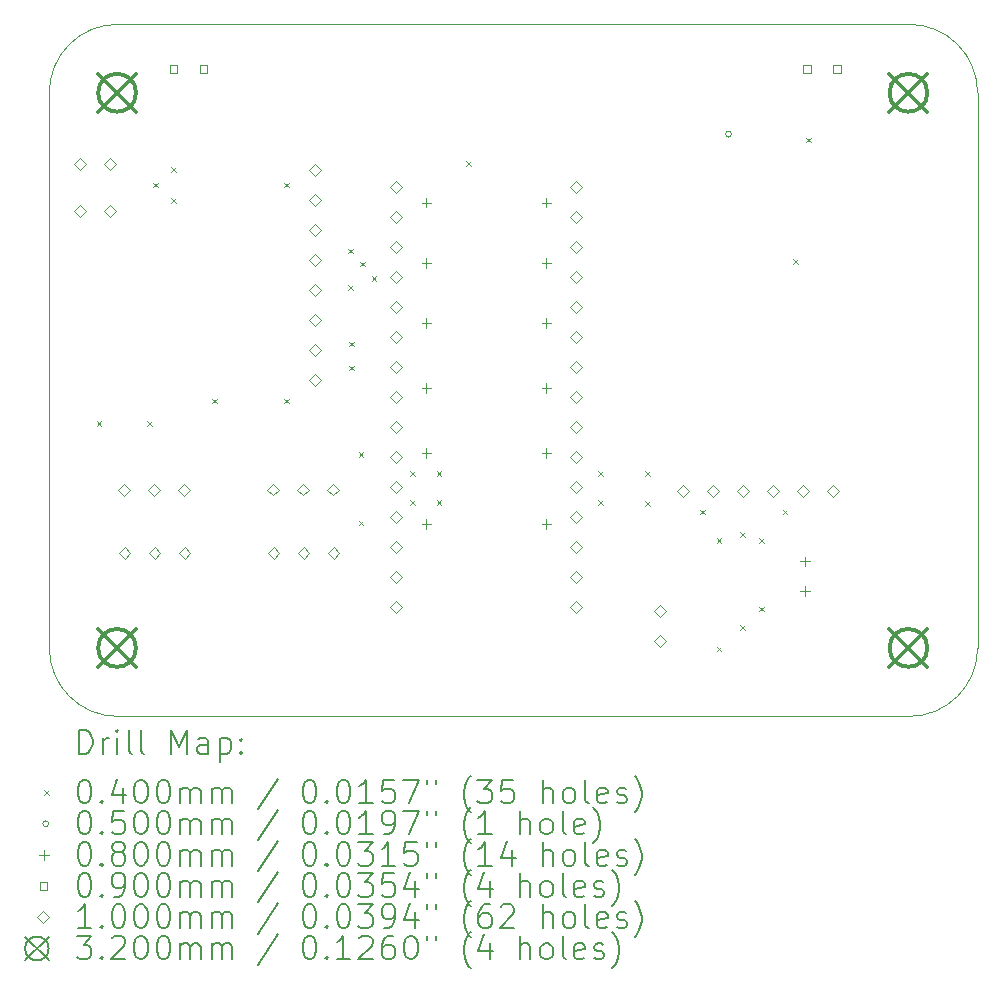
<source format=gbr>
%TF.GenerationSoftware,KiCad,Pcbnew,(6.0.10)*%
%TF.CreationDate,2023-05-01T22:11:44-04:00*%
%TF.ProjectId,MiniCopterSchematic,4d696e69-436f-4707-9465-72536368656d,v01*%
%TF.SameCoordinates,Original*%
%TF.FileFunction,Drillmap*%
%TF.FilePolarity,Positive*%
%FSLAX45Y45*%
G04 Gerber Fmt 4.5, Leading zero omitted, Abs format (unit mm)*
G04 Created by KiCad (PCBNEW (6.0.10)) date 2023-05-01 22:11:44*
%MOMM*%
%LPD*%
G01*
G04 APERTURE LIST*
%ADD10C,0.100000*%
%ADD11C,0.200000*%
%ADD12C,0.040000*%
%ADD13C,0.050000*%
%ADD14C,0.080000*%
%ADD15C,0.090000*%
%ADD16C,0.320000*%
G04 APERTURE END LIST*
D10*
X7880000Y-13280000D02*
X14580000Y-13280000D01*
X15160000Y-8000000D02*
G75*
G03*
X14580000Y-7420000I-580000J0D01*
G01*
X15160000Y-12700000D02*
X15160000Y-8000000D01*
X7880000Y-7420000D02*
G75*
G03*
X7300000Y-8000000I0J-580000D01*
G01*
X7300000Y-12700000D02*
G75*
G03*
X7880000Y-13280000I580000J0D01*
G01*
X7300000Y-8000000D02*
X7300000Y-12700000D01*
X14580000Y-7420000D02*
X7880000Y-7420000D01*
X14580000Y-13280000D02*
G75*
G03*
X15160000Y-12700000I0J580000D01*
G01*
D11*
D12*
X7700000Y-10780000D02*
X7740000Y-10820000D01*
X7740000Y-10780000D02*
X7700000Y-10820000D01*
X8130000Y-10780000D02*
X8170000Y-10820000D01*
X8170000Y-10780000D02*
X8130000Y-10820000D01*
X8180000Y-8760000D02*
X8220000Y-8800000D01*
X8220000Y-8760000D02*
X8180000Y-8800000D01*
X8330000Y-8630000D02*
X8370000Y-8670000D01*
X8370000Y-8630000D02*
X8330000Y-8670000D01*
X8330000Y-8890000D02*
X8370000Y-8930000D01*
X8370000Y-8890000D02*
X8330000Y-8930000D01*
X8680000Y-10590000D02*
X8720000Y-10630000D01*
X8720000Y-10590000D02*
X8680000Y-10630000D01*
X9290000Y-8760000D02*
X9330000Y-8800000D01*
X9330000Y-8760000D02*
X9290000Y-8800000D01*
X9290000Y-10590000D02*
X9330000Y-10630000D01*
X9330000Y-10590000D02*
X9290000Y-10630000D01*
X9830000Y-9320000D02*
X9870000Y-9360000D01*
X9870000Y-9320000D02*
X9830000Y-9360000D01*
X9830000Y-9630000D02*
X9870000Y-9670000D01*
X9870000Y-9630000D02*
X9830000Y-9670000D01*
X9840000Y-10107550D02*
X9880000Y-10147550D01*
X9880000Y-10107550D02*
X9840000Y-10147550D01*
X9840000Y-10310000D02*
X9880000Y-10350000D01*
X9880000Y-10310000D02*
X9840000Y-10350000D01*
X9920000Y-11040000D02*
X9960000Y-11080000D01*
X9960000Y-11040000D02*
X9920000Y-11080000D01*
X9920000Y-11622450D02*
X9960000Y-11662450D01*
X9960000Y-11622450D02*
X9920000Y-11662450D01*
X9930000Y-9430000D02*
X9970000Y-9470000D01*
X9970000Y-9430000D02*
X9930000Y-9470000D01*
X10030000Y-9550000D02*
X10070000Y-9590000D01*
X10070000Y-9550000D02*
X10030000Y-9590000D01*
X10355000Y-11205000D02*
X10395000Y-11245000D01*
X10395000Y-11205000D02*
X10355000Y-11245000D01*
X10357002Y-11447002D02*
X10397002Y-11487002D01*
X10397002Y-11447002D02*
X10357002Y-11487002D01*
X10580000Y-11205000D02*
X10620000Y-11245000D01*
X10620000Y-11205000D02*
X10580000Y-11245000D01*
X10580000Y-11450000D02*
X10620000Y-11490000D01*
X10620000Y-11450000D02*
X10580000Y-11490000D01*
X10830000Y-8580000D02*
X10870000Y-8620000D01*
X10870000Y-8580000D02*
X10830000Y-8620000D01*
X11945000Y-11205000D02*
X11985000Y-11245000D01*
X11985000Y-11205000D02*
X11945000Y-11245000D01*
X11945000Y-11450000D02*
X11985000Y-11490000D01*
X11985000Y-11450000D02*
X11945000Y-11490000D01*
X12345000Y-11205000D02*
X12385000Y-11245000D01*
X12385000Y-11205000D02*
X12345000Y-11245000D01*
X12345000Y-11455000D02*
X12385000Y-11495000D01*
X12385000Y-11455000D02*
X12345000Y-11495000D01*
X12810000Y-11530000D02*
X12850000Y-11570000D01*
X12850000Y-11530000D02*
X12810000Y-11570000D01*
X12950000Y-11770000D02*
X12990000Y-11810000D01*
X12990000Y-11770000D02*
X12950000Y-11810000D01*
X12950005Y-12689995D02*
X12990005Y-12729995D01*
X12990005Y-12689995D02*
X12950005Y-12729995D01*
X13151201Y-11718799D02*
X13191201Y-11758799D01*
X13191201Y-11718799D02*
X13151201Y-11758799D01*
X13151201Y-12508799D02*
X13191201Y-12548799D01*
X13191201Y-12508799D02*
X13151201Y-12548799D01*
X13310000Y-11770000D02*
X13350000Y-11810000D01*
X13350000Y-11770000D02*
X13310000Y-11810000D01*
X13310000Y-12350000D02*
X13350000Y-12390000D01*
X13350000Y-12350000D02*
X13310000Y-12390000D01*
X13510000Y-11530000D02*
X13550000Y-11570000D01*
X13550000Y-11530000D02*
X13510000Y-11570000D01*
X13600000Y-9410000D02*
X13640000Y-9450000D01*
X13640000Y-9410000D02*
X13600000Y-9450000D01*
X13710000Y-8380000D02*
X13750000Y-8420000D01*
X13750000Y-8380000D02*
X13710000Y-8420000D01*
D13*
X13075000Y-8350000D02*
G75*
G03*
X13075000Y-8350000I-25000J0D01*
G01*
D14*
X10492000Y-8890000D02*
X10492000Y-8970000D01*
X10452000Y-8930000D02*
X10532000Y-8930000D01*
X10492000Y-9400000D02*
X10492000Y-9480000D01*
X10452000Y-9440000D02*
X10532000Y-9440000D01*
X10492000Y-9910000D02*
X10492000Y-9990000D01*
X10452000Y-9950000D02*
X10532000Y-9950000D01*
X10492000Y-10460000D02*
X10492000Y-10540000D01*
X10452000Y-10500000D02*
X10532000Y-10500000D01*
X10492000Y-11010000D02*
X10492000Y-11090000D01*
X10452000Y-11050000D02*
X10532000Y-11050000D01*
X10492000Y-11610000D02*
X10492000Y-11690000D01*
X10452000Y-11650000D02*
X10532000Y-11650000D01*
X11508000Y-8890000D02*
X11508000Y-8970000D01*
X11468000Y-8930000D02*
X11548000Y-8930000D01*
X11508000Y-9400000D02*
X11508000Y-9480000D01*
X11468000Y-9440000D02*
X11548000Y-9440000D01*
X11508000Y-9910000D02*
X11508000Y-9990000D01*
X11468000Y-9950000D02*
X11548000Y-9950000D01*
X11508000Y-10460000D02*
X11508000Y-10540000D01*
X11468000Y-10500000D02*
X11548000Y-10500000D01*
X11508000Y-11010000D02*
X11508000Y-11090000D01*
X11468000Y-11050000D02*
X11548000Y-11050000D01*
X11508000Y-11610000D02*
X11508000Y-11690000D01*
X11468000Y-11650000D02*
X11548000Y-11650000D01*
X13700000Y-11928238D02*
X13700000Y-12008238D01*
X13660000Y-11968238D02*
X13740000Y-11968238D01*
X13700000Y-12178238D02*
X13700000Y-12258238D01*
X13660000Y-12218238D02*
X13740000Y-12218238D01*
D15*
X8381820Y-7831820D02*
X8381820Y-7768180D01*
X8318180Y-7768180D01*
X8318180Y-7831820D01*
X8381820Y-7831820D01*
X8635820Y-7831820D02*
X8635820Y-7768180D01*
X8572180Y-7768180D01*
X8572180Y-7831820D01*
X8635820Y-7831820D01*
X13747820Y-7831820D02*
X13747820Y-7768180D01*
X13684180Y-7768180D01*
X13684180Y-7831820D01*
X13747820Y-7831820D01*
X14001820Y-7831820D02*
X14001820Y-7768180D01*
X13938180Y-7768180D01*
X13938180Y-7831820D01*
X14001820Y-7831820D01*
D10*
X7560000Y-8650000D02*
X7610000Y-8600000D01*
X7560000Y-8550000D01*
X7510000Y-8600000D01*
X7560000Y-8650000D01*
X7560000Y-9050000D02*
X7610000Y-9000000D01*
X7560000Y-8950000D01*
X7510000Y-9000000D01*
X7560000Y-9050000D01*
X7814000Y-8650000D02*
X7864000Y-8600000D01*
X7814000Y-8550000D01*
X7764000Y-8600000D01*
X7814000Y-8650000D01*
X7814000Y-9050000D02*
X7864000Y-9000000D01*
X7814000Y-8950000D01*
X7764000Y-9000000D01*
X7814000Y-9050000D01*
X7932000Y-11410000D02*
X7982000Y-11360000D01*
X7932000Y-11310000D01*
X7882000Y-11360000D01*
X7932000Y-11410000D01*
X7937500Y-11947500D02*
X7987500Y-11897500D01*
X7937500Y-11847500D01*
X7887500Y-11897500D01*
X7937500Y-11947500D01*
X8186000Y-11410000D02*
X8236000Y-11360000D01*
X8186000Y-11310000D01*
X8136000Y-11360000D01*
X8186000Y-11410000D01*
X8191500Y-11947500D02*
X8241500Y-11897500D01*
X8191500Y-11847500D01*
X8141500Y-11897500D01*
X8191500Y-11947500D01*
X8440000Y-11410000D02*
X8490000Y-11360000D01*
X8440000Y-11310000D01*
X8390000Y-11360000D01*
X8440000Y-11410000D01*
X8445500Y-11947500D02*
X8495500Y-11897500D01*
X8445500Y-11847500D01*
X8395500Y-11897500D01*
X8445500Y-11947500D01*
X9196700Y-11409600D02*
X9246700Y-11359600D01*
X9196700Y-11309600D01*
X9146700Y-11359600D01*
X9196700Y-11409600D01*
X9199000Y-11945000D02*
X9249000Y-11895000D01*
X9199000Y-11845000D01*
X9149000Y-11895000D01*
X9199000Y-11945000D01*
X9450700Y-11409600D02*
X9500700Y-11359600D01*
X9450700Y-11309600D01*
X9400700Y-11359600D01*
X9450700Y-11409600D01*
X9453000Y-11945000D02*
X9503000Y-11895000D01*
X9453000Y-11845000D01*
X9403000Y-11895000D01*
X9453000Y-11945000D01*
X9550529Y-8703529D02*
X9600529Y-8653529D01*
X9550529Y-8603529D01*
X9500529Y-8653529D01*
X9550529Y-8703529D01*
X9550529Y-8957529D02*
X9600529Y-8907529D01*
X9550529Y-8857529D01*
X9500529Y-8907529D01*
X9550529Y-8957529D01*
X9550529Y-9211529D02*
X9600529Y-9161529D01*
X9550529Y-9111529D01*
X9500529Y-9161529D01*
X9550529Y-9211529D01*
X9550529Y-9465529D02*
X9600529Y-9415529D01*
X9550529Y-9365529D01*
X9500529Y-9415529D01*
X9550529Y-9465529D01*
X9550529Y-9719529D02*
X9600529Y-9669529D01*
X9550529Y-9619529D01*
X9500529Y-9669529D01*
X9550529Y-9719529D01*
X9550529Y-9973529D02*
X9600529Y-9923529D01*
X9550529Y-9873529D01*
X9500529Y-9923529D01*
X9550529Y-9973529D01*
X9550529Y-10227529D02*
X9600529Y-10177529D01*
X9550529Y-10127529D01*
X9500529Y-10177529D01*
X9550529Y-10227529D01*
X9550529Y-10481529D02*
X9600529Y-10431529D01*
X9550529Y-10381529D01*
X9500529Y-10431529D01*
X9550529Y-10481529D01*
X9704700Y-11409600D02*
X9754700Y-11359600D01*
X9704700Y-11309600D01*
X9654700Y-11359600D01*
X9704700Y-11409600D01*
X9707000Y-11945000D02*
X9757000Y-11895000D01*
X9707000Y-11845000D01*
X9657000Y-11895000D01*
X9707000Y-11945000D01*
X10238500Y-8850000D02*
X10288500Y-8800000D01*
X10238500Y-8750000D01*
X10188500Y-8800000D01*
X10238500Y-8850000D01*
X10238500Y-9104000D02*
X10288500Y-9054000D01*
X10238500Y-9004000D01*
X10188500Y-9054000D01*
X10238500Y-9104000D01*
X10238500Y-9358000D02*
X10288500Y-9308000D01*
X10238500Y-9258000D01*
X10188500Y-9308000D01*
X10238500Y-9358000D01*
X10238500Y-9612000D02*
X10288500Y-9562000D01*
X10238500Y-9512000D01*
X10188500Y-9562000D01*
X10238500Y-9612000D01*
X10238500Y-9866000D02*
X10288500Y-9816000D01*
X10238500Y-9766000D01*
X10188500Y-9816000D01*
X10238500Y-9866000D01*
X10238500Y-10120000D02*
X10288500Y-10070000D01*
X10238500Y-10020000D01*
X10188500Y-10070000D01*
X10238500Y-10120000D01*
X10238500Y-10374000D02*
X10288500Y-10324000D01*
X10238500Y-10274000D01*
X10188500Y-10324000D01*
X10238500Y-10374000D01*
X10238500Y-10628000D02*
X10288500Y-10578000D01*
X10238500Y-10528000D01*
X10188500Y-10578000D01*
X10238500Y-10628000D01*
X10238500Y-10882000D02*
X10288500Y-10832000D01*
X10238500Y-10782000D01*
X10188500Y-10832000D01*
X10238500Y-10882000D01*
X10238500Y-11136000D02*
X10288500Y-11086000D01*
X10238500Y-11036000D01*
X10188500Y-11086000D01*
X10238500Y-11136000D01*
X10238500Y-11390000D02*
X10288500Y-11340000D01*
X10238500Y-11290000D01*
X10188500Y-11340000D01*
X10238500Y-11390000D01*
X10238500Y-11644000D02*
X10288500Y-11594000D01*
X10238500Y-11544000D01*
X10188500Y-11594000D01*
X10238500Y-11644000D01*
X10238500Y-11898000D02*
X10288500Y-11848000D01*
X10238500Y-11798000D01*
X10188500Y-11848000D01*
X10238500Y-11898000D01*
X10238500Y-12152000D02*
X10288500Y-12102000D01*
X10238500Y-12052000D01*
X10188500Y-12102000D01*
X10238500Y-12152000D01*
X10238500Y-12406000D02*
X10288500Y-12356000D01*
X10238500Y-12306000D01*
X10188500Y-12356000D01*
X10238500Y-12406000D01*
X11762500Y-8850000D02*
X11812500Y-8800000D01*
X11762500Y-8750000D01*
X11712500Y-8800000D01*
X11762500Y-8850000D01*
X11762500Y-9104000D02*
X11812500Y-9054000D01*
X11762500Y-9004000D01*
X11712500Y-9054000D01*
X11762500Y-9104000D01*
X11762500Y-9358000D02*
X11812500Y-9308000D01*
X11762500Y-9258000D01*
X11712500Y-9308000D01*
X11762500Y-9358000D01*
X11762500Y-9612000D02*
X11812500Y-9562000D01*
X11762500Y-9512000D01*
X11712500Y-9562000D01*
X11762500Y-9612000D01*
X11762500Y-9866000D02*
X11812500Y-9816000D01*
X11762500Y-9766000D01*
X11712500Y-9816000D01*
X11762500Y-9866000D01*
X11762500Y-10120000D02*
X11812500Y-10070000D01*
X11762500Y-10020000D01*
X11712500Y-10070000D01*
X11762500Y-10120000D01*
X11762500Y-10374000D02*
X11812500Y-10324000D01*
X11762500Y-10274000D01*
X11712500Y-10324000D01*
X11762500Y-10374000D01*
X11762500Y-10628000D02*
X11812500Y-10578000D01*
X11762500Y-10528000D01*
X11712500Y-10578000D01*
X11762500Y-10628000D01*
X11762500Y-10882000D02*
X11812500Y-10832000D01*
X11762500Y-10782000D01*
X11712500Y-10832000D01*
X11762500Y-10882000D01*
X11762500Y-11136000D02*
X11812500Y-11086000D01*
X11762500Y-11036000D01*
X11712500Y-11086000D01*
X11762500Y-11136000D01*
X11762500Y-11390000D02*
X11812500Y-11340000D01*
X11762500Y-11290000D01*
X11712500Y-11340000D01*
X11762500Y-11390000D01*
X11762500Y-11644000D02*
X11812500Y-11594000D01*
X11762500Y-11544000D01*
X11712500Y-11594000D01*
X11762500Y-11644000D01*
X11762500Y-11898000D02*
X11812500Y-11848000D01*
X11762500Y-11798000D01*
X11712500Y-11848000D01*
X11762500Y-11898000D01*
X11762500Y-12152000D02*
X11812500Y-12102000D01*
X11762500Y-12052000D01*
X11712500Y-12102000D01*
X11762500Y-12152000D01*
X11762500Y-12406000D02*
X11812500Y-12356000D01*
X11762500Y-12306000D01*
X11712500Y-12356000D01*
X11762500Y-12406000D01*
X12472701Y-12435349D02*
X12522701Y-12385349D01*
X12472701Y-12335349D01*
X12422701Y-12385349D01*
X12472701Y-12435349D01*
X12472701Y-12689349D02*
X12522701Y-12639349D01*
X12472701Y-12589349D01*
X12422701Y-12639349D01*
X12472701Y-12689349D01*
X12663201Y-11419349D02*
X12713201Y-11369349D01*
X12663201Y-11319349D01*
X12613201Y-11369349D01*
X12663201Y-11419349D01*
X12917201Y-11419349D02*
X12967201Y-11369349D01*
X12917201Y-11319349D01*
X12867201Y-11369349D01*
X12917201Y-11419349D01*
X13171201Y-11419349D02*
X13221201Y-11369349D01*
X13171201Y-11319349D01*
X13121201Y-11369349D01*
X13171201Y-11419349D01*
X13425201Y-11419349D02*
X13475201Y-11369349D01*
X13425201Y-11319349D01*
X13375201Y-11369349D01*
X13425201Y-11419349D01*
X13679201Y-11419349D02*
X13729201Y-11369349D01*
X13679201Y-11319349D01*
X13629201Y-11369349D01*
X13679201Y-11419349D01*
X13933201Y-11419349D02*
X13983201Y-11369349D01*
X13933201Y-11319349D01*
X13883201Y-11369349D01*
X13933201Y-11419349D01*
D16*
X7714000Y-7840000D02*
X8034000Y-8160000D01*
X8034000Y-7840000D02*
X7714000Y-8160000D01*
X8034000Y-8000000D02*
G75*
G03*
X8034000Y-8000000I-160000J0D01*
G01*
X7714000Y-12540000D02*
X8034000Y-12860000D01*
X8034000Y-12540000D02*
X7714000Y-12860000D01*
X8034000Y-12700000D02*
G75*
G03*
X8034000Y-12700000I-160000J0D01*
G01*
X14414000Y-7840000D02*
X14734000Y-8160000D01*
X14734000Y-7840000D02*
X14414000Y-8160000D01*
X14734000Y-8000000D02*
G75*
G03*
X14734000Y-8000000I-160000J0D01*
G01*
X14414000Y-12540000D02*
X14734000Y-12860000D01*
X14734000Y-12540000D02*
X14414000Y-12860000D01*
X14734000Y-12700000D02*
G75*
G03*
X14734000Y-12700000I-160000J0D01*
G01*
D11*
X7552619Y-13595476D02*
X7552619Y-13395476D01*
X7600238Y-13395476D01*
X7628809Y-13405000D01*
X7647857Y-13424048D01*
X7657381Y-13443095D01*
X7666905Y-13481190D01*
X7666905Y-13509762D01*
X7657381Y-13547857D01*
X7647857Y-13566905D01*
X7628809Y-13585952D01*
X7600238Y-13595476D01*
X7552619Y-13595476D01*
X7752619Y-13595476D02*
X7752619Y-13462143D01*
X7752619Y-13500238D02*
X7762143Y-13481190D01*
X7771667Y-13471667D01*
X7790714Y-13462143D01*
X7809762Y-13462143D01*
X7876428Y-13595476D02*
X7876428Y-13462143D01*
X7876428Y-13395476D02*
X7866905Y-13405000D01*
X7876428Y-13414524D01*
X7885952Y-13405000D01*
X7876428Y-13395476D01*
X7876428Y-13414524D01*
X8000238Y-13595476D02*
X7981190Y-13585952D01*
X7971667Y-13566905D01*
X7971667Y-13395476D01*
X8105000Y-13595476D02*
X8085952Y-13585952D01*
X8076428Y-13566905D01*
X8076428Y-13395476D01*
X8333571Y-13595476D02*
X8333571Y-13395476D01*
X8400238Y-13538333D01*
X8466905Y-13395476D01*
X8466905Y-13595476D01*
X8647857Y-13595476D02*
X8647857Y-13490714D01*
X8638333Y-13471667D01*
X8619286Y-13462143D01*
X8581190Y-13462143D01*
X8562143Y-13471667D01*
X8647857Y-13585952D02*
X8628810Y-13595476D01*
X8581190Y-13595476D01*
X8562143Y-13585952D01*
X8552619Y-13566905D01*
X8552619Y-13547857D01*
X8562143Y-13528809D01*
X8581190Y-13519286D01*
X8628810Y-13519286D01*
X8647857Y-13509762D01*
X8743095Y-13462143D02*
X8743095Y-13662143D01*
X8743095Y-13471667D02*
X8762143Y-13462143D01*
X8800238Y-13462143D01*
X8819286Y-13471667D01*
X8828810Y-13481190D01*
X8838333Y-13500238D01*
X8838333Y-13557381D01*
X8828810Y-13576428D01*
X8819286Y-13585952D01*
X8800238Y-13595476D01*
X8762143Y-13595476D01*
X8743095Y-13585952D01*
X8924048Y-13576428D02*
X8933571Y-13585952D01*
X8924048Y-13595476D01*
X8914524Y-13585952D01*
X8924048Y-13576428D01*
X8924048Y-13595476D01*
X8924048Y-13471667D02*
X8933571Y-13481190D01*
X8924048Y-13490714D01*
X8914524Y-13481190D01*
X8924048Y-13471667D01*
X8924048Y-13490714D01*
D12*
X7255000Y-13905000D02*
X7295000Y-13945000D01*
X7295000Y-13905000D02*
X7255000Y-13945000D01*
D11*
X7590714Y-13815476D02*
X7609762Y-13815476D01*
X7628809Y-13825000D01*
X7638333Y-13834524D01*
X7647857Y-13853571D01*
X7657381Y-13891667D01*
X7657381Y-13939286D01*
X7647857Y-13977381D01*
X7638333Y-13996428D01*
X7628809Y-14005952D01*
X7609762Y-14015476D01*
X7590714Y-14015476D01*
X7571667Y-14005952D01*
X7562143Y-13996428D01*
X7552619Y-13977381D01*
X7543095Y-13939286D01*
X7543095Y-13891667D01*
X7552619Y-13853571D01*
X7562143Y-13834524D01*
X7571667Y-13825000D01*
X7590714Y-13815476D01*
X7743095Y-13996428D02*
X7752619Y-14005952D01*
X7743095Y-14015476D01*
X7733571Y-14005952D01*
X7743095Y-13996428D01*
X7743095Y-14015476D01*
X7924048Y-13882143D02*
X7924048Y-14015476D01*
X7876428Y-13805952D02*
X7828809Y-13948809D01*
X7952619Y-13948809D01*
X8066905Y-13815476D02*
X8085952Y-13815476D01*
X8105000Y-13825000D01*
X8114524Y-13834524D01*
X8124048Y-13853571D01*
X8133571Y-13891667D01*
X8133571Y-13939286D01*
X8124048Y-13977381D01*
X8114524Y-13996428D01*
X8105000Y-14005952D01*
X8085952Y-14015476D01*
X8066905Y-14015476D01*
X8047857Y-14005952D01*
X8038333Y-13996428D01*
X8028809Y-13977381D01*
X8019286Y-13939286D01*
X8019286Y-13891667D01*
X8028809Y-13853571D01*
X8038333Y-13834524D01*
X8047857Y-13825000D01*
X8066905Y-13815476D01*
X8257381Y-13815476D02*
X8276428Y-13815476D01*
X8295476Y-13825000D01*
X8305000Y-13834524D01*
X8314524Y-13853571D01*
X8324048Y-13891667D01*
X8324048Y-13939286D01*
X8314524Y-13977381D01*
X8305000Y-13996428D01*
X8295476Y-14005952D01*
X8276428Y-14015476D01*
X8257381Y-14015476D01*
X8238333Y-14005952D01*
X8228809Y-13996428D01*
X8219286Y-13977381D01*
X8209762Y-13939286D01*
X8209762Y-13891667D01*
X8219286Y-13853571D01*
X8228809Y-13834524D01*
X8238333Y-13825000D01*
X8257381Y-13815476D01*
X8409762Y-14015476D02*
X8409762Y-13882143D01*
X8409762Y-13901190D02*
X8419286Y-13891667D01*
X8438333Y-13882143D01*
X8466905Y-13882143D01*
X8485952Y-13891667D01*
X8495476Y-13910714D01*
X8495476Y-14015476D01*
X8495476Y-13910714D02*
X8505000Y-13891667D01*
X8524048Y-13882143D01*
X8552619Y-13882143D01*
X8571667Y-13891667D01*
X8581190Y-13910714D01*
X8581190Y-14015476D01*
X8676429Y-14015476D02*
X8676429Y-13882143D01*
X8676429Y-13901190D02*
X8685952Y-13891667D01*
X8705000Y-13882143D01*
X8733571Y-13882143D01*
X8752619Y-13891667D01*
X8762143Y-13910714D01*
X8762143Y-14015476D01*
X8762143Y-13910714D02*
X8771667Y-13891667D01*
X8790714Y-13882143D01*
X8819286Y-13882143D01*
X8838333Y-13891667D01*
X8847857Y-13910714D01*
X8847857Y-14015476D01*
X9238333Y-13805952D02*
X9066905Y-14063095D01*
X9495476Y-13815476D02*
X9514524Y-13815476D01*
X9533571Y-13825000D01*
X9543095Y-13834524D01*
X9552619Y-13853571D01*
X9562143Y-13891667D01*
X9562143Y-13939286D01*
X9552619Y-13977381D01*
X9543095Y-13996428D01*
X9533571Y-14005952D01*
X9514524Y-14015476D01*
X9495476Y-14015476D01*
X9476429Y-14005952D01*
X9466905Y-13996428D01*
X9457381Y-13977381D01*
X9447857Y-13939286D01*
X9447857Y-13891667D01*
X9457381Y-13853571D01*
X9466905Y-13834524D01*
X9476429Y-13825000D01*
X9495476Y-13815476D01*
X9647857Y-13996428D02*
X9657381Y-14005952D01*
X9647857Y-14015476D01*
X9638333Y-14005952D01*
X9647857Y-13996428D01*
X9647857Y-14015476D01*
X9781190Y-13815476D02*
X9800238Y-13815476D01*
X9819286Y-13825000D01*
X9828810Y-13834524D01*
X9838333Y-13853571D01*
X9847857Y-13891667D01*
X9847857Y-13939286D01*
X9838333Y-13977381D01*
X9828810Y-13996428D01*
X9819286Y-14005952D01*
X9800238Y-14015476D01*
X9781190Y-14015476D01*
X9762143Y-14005952D01*
X9752619Y-13996428D01*
X9743095Y-13977381D01*
X9733571Y-13939286D01*
X9733571Y-13891667D01*
X9743095Y-13853571D01*
X9752619Y-13834524D01*
X9762143Y-13825000D01*
X9781190Y-13815476D01*
X10038333Y-14015476D02*
X9924048Y-14015476D01*
X9981190Y-14015476D02*
X9981190Y-13815476D01*
X9962143Y-13844048D01*
X9943095Y-13863095D01*
X9924048Y-13872619D01*
X10219286Y-13815476D02*
X10124048Y-13815476D01*
X10114524Y-13910714D01*
X10124048Y-13901190D01*
X10143095Y-13891667D01*
X10190714Y-13891667D01*
X10209762Y-13901190D01*
X10219286Y-13910714D01*
X10228810Y-13929762D01*
X10228810Y-13977381D01*
X10219286Y-13996428D01*
X10209762Y-14005952D01*
X10190714Y-14015476D01*
X10143095Y-14015476D01*
X10124048Y-14005952D01*
X10114524Y-13996428D01*
X10295476Y-13815476D02*
X10428810Y-13815476D01*
X10343095Y-14015476D01*
X10495476Y-13815476D02*
X10495476Y-13853571D01*
X10571667Y-13815476D02*
X10571667Y-13853571D01*
X10866905Y-14091667D02*
X10857381Y-14082143D01*
X10838333Y-14053571D01*
X10828810Y-14034524D01*
X10819286Y-14005952D01*
X10809762Y-13958333D01*
X10809762Y-13920238D01*
X10819286Y-13872619D01*
X10828810Y-13844048D01*
X10838333Y-13825000D01*
X10857381Y-13796428D01*
X10866905Y-13786905D01*
X10924048Y-13815476D02*
X11047857Y-13815476D01*
X10981190Y-13891667D01*
X11009762Y-13891667D01*
X11028810Y-13901190D01*
X11038333Y-13910714D01*
X11047857Y-13929762D01*
X11047857Y-13977381D01*
X11038333Y-13996428D01*
X11028810Y-14005952D01*
X11009762Y-14015476D01*
X10952619Y-14015476D01*
X10933571Y-14005952D01*
X10924048Y-13996428D01*
X11228809Y-13815476D02*
X11133571Y-13815476D01*
X11124048Y-13910714D01*
X11133571Y-13901190D01*
X11152619Y-13891667D01*
X11200238Y-13891667D01*
X11219286Y-13901190D01*
X11228809Y-13910714D01*
X11238333Y-13929762D01*
X11238333Y-13977381D01*
X11228809Y-13996428D01*
X11219286Y-14005952D01*
X11200238Y-14015476D01*
X11152619Y-14015476D01*
X11133571Y-14005952D01*
X11124048Y-13996428D01*
X11476428Y-14015476D02*
X11476428Y-13815476D01*
X11562143Y-14015476D02*
X11562143Y-13910714D01*
X11552619Y-13891667D01*
X11533571Y-13882143D01*
X11505000Y-13882143D01*
X11485952Y-13891667D01*
X11476428Y-13901190D01*
X11685952Y-14015476D02*
X11666905Y-14005952D01*
X11657381Y-13996428D01*
X11647857Y-13977381D01*
X11647857Y-13920238D01*
X11657381Y-13901190D01*
X11666905Y-13891667D01*
X11685952Y-13882143D01*
X11714524Y-13882143D01*
X11733571Y-13891667D01*
X11743095Y-13901190D01*
X11752619Y-13920238D01*
X11752619Y-13977381D01*
X11743095Y-13996428D01*
X11733571Y-14005952D01*
X11714524Y-14015476D01*
X11685952Y-14015476D01*
X11866905Y-14015476D02*
X11847857Y-14005952D01*
X11838333Y-13986905D01*
X11838333Y-13815476D01*
X12019286Y-14005952D02*
X12000238Y-14015476D01*
X11962143Y-14015476D01*
X11943095Y-14005952D01*
X11933571Y-13986905D01*
X11933571Y-13910714D01*
X11943095Y-13891667D01*
X11962143Y-13882143D01*
X12000238Y-13882143D01*
X12019286Y-13891667D01*
X12028809Y-13910714D01*
X12028809Y-13929762D01*
X11933571Y-13948809D01*
X12105000Y-14005952D02*
X12124048Y-14015476D01*
X12162143Y-14015476D01*
X12181190Y-14005952D01*
X12190714Y-13986905D01*
X12190714Y-13977381D01*
X12181190Y-13958333D01*
X12162143Y-13948809D01*
X12133571Y-13948809D01*
X12114524Y-13939286D01*
X12105000Y-13920238D01*
X12105000Y-13910714D01*
X12114524Y-13891667D01*
X12133571Y-13882143D01*
X12162143Y-13882143D01*
X12181190Y-13891667D01*
X12257381Y-14091667D02*
X12266905Y-14082143D01*
X12285952Y-14053571D01*
X12295476Y-14034524D01*
X12305000Y-14005952D01*
X12314524Y-13958333D01*
X12314524Y-13920238D01*
X12305000Y-13872619D01*
X12295476Y-13844048D01*
X12285952Y-13825000D01*
X12266905Y-13796428D01*
X12257381Y-13786905D01*
D13*
X7295000Y-14189000D02*
G75*
G03*
X7295000Y-14189000I-25000J0D01*
G01*
D11*
X7590714Y-14079476D02*
X7609762Y-14079476D01*
X7628809Y-14089000D01*
X7638333Y-14098524D01*
X7647857Y-14117571D01*
X7657381Y-14155667D01*
X7657381Y-14203286D01*
X7647857Y-14241381D01*
X7638333Y-14260428D01*
X7628809Y-14269952D01*
X7609762Y-14279476D01*
X7590714Y-14279476D01*
X7571667Y-14269952D01*
X7562143Y-14260428D01*
X7552619Y-14241381D01*
X7543095Y-14203286D01*
X7543095Y-14155667D01*
X7552619Y-14117571D01*
X7562143Y-14098524D01*
X7571667Y-14089000D01*
X7590714Y-14079476D01*
X7743095Y-14260428D02*
X7752619Y-14269952D01*
X7743095Y-14279476D01*
X7733571Y-14269952D01*
X7743095Y-14260428D01*
X7743095Y-14279476D01*
X7933571Y-14079476D02*
X7838333Y-14079476D01*
X7828809Y-14174714D01*
X7838333Y-14165190D01*
X7857381Y-14155667D01*
X7905000Y-14155667D01*
X7924048Y-14165190D01*
X7933571Y-14174714D01*
X7943095Y-14193762D01*
X7943095Y-14241381D01*
X7933571Y-14260428D01*
X7924048Y-14269952D01*
X7905000Y-14279476D01*
X7857381Y-14279476D01*
X7838333Y-14269952D01*
X7828809Y-14260428D01*
X8066905Y-14079476D02*
X8085952Y-14079476D01*
X8105000Y-14089000D01*
X8114524Y-14098524D01*
X8124048Y-14117571D01*
X8133571Y-14155667D01*
X8133571Y-14203286D01*
X8124048Y-14241381D01*
X8114524Y-14260428D01*
X8105000Y-14269952D01*
X8085952Y-14279476D01*
X8066905Y-14279476D01*
X8047857Y-14269952D01*
X8038333Y-14260428D01*
X8028809Y-14241381D01*
X8019286Y-14203286D01*
X8019286Y-14155667D01*
X8028809Y-14117571D01*
X8038333Y-14098524D01*
X8047857Y-14089000D01*
X8066905Y-14079476D01*
X8257381Y-14079476D02*
X8276428Y-14079476D01*
X8295476Y-14089000D01*
X8305000Y-14098524D01*
X8314524Y-14117571D01*
X8324048Y-14155667D01*
X8324048Y-14203286D01*
X8314524Y-14241381D01*
X8305000Y-14260428D01*
X8295476Y-14269952D01*
X8276428Y-14279476D01*
X8257381Y-14279476D01*
X8238333Y-14269952D01*
X8228809Y-14260428D01*
X8219286Y-14241381D01*
X8209762Y-14203286D01*
X8209762Y-14155667D01*
X8219286Y-14117571D01*
X8228809Y-14098524D01*
X8238333Y-14089000D01*
X8257381Y-14079476D01*
X8409762Y-14279476D02*
X8409762Y-14146143D01*
X8409762Y-14165190D02*
X8419286Y-14155667D01*
X8438333Y-14146143D01*
X8466905Y-14146143D01*
X8485952Y-14155667D01*
X8495476Y-14174714D01*
X8495476Y-14279476D01*
X8495476Y-14174714D02*
X8505000Y-14155667D01*
X8524048Y-14146143D01*
X8552619Y-14146143D01*
X8571667Y-14155667D01*
X8581190Y-14174714D01*
X8581190Y-14279476D01*
X8676429Y-14279476D02*
X8676429Y-14146143D01*
X8676429Y-14165190D02*
X8685952Y-14155667D01*
X8705000Y-14146143D01*
X8733571Y-14146143D01*
X8752619Y-14155667D01*
X8762143Y-14174714D01*
X8762143Y-14279476D01*
X8762143Y-14174714D02*
X8771667Y-14155667D01*
X8790714Y-14146143D01*
X8819286Y-14146143D01*
X8838333Y-14155667D01*
X8847857Y-14174714D01*
X8847857Y-14279476D01*
X9238333Y-14069952D02*
X9066905Y-14327095D01*
X9495476Y-14079476D02*
X9514524Y-14079476D01*
X9533571Y-14089000D01*
X9543095Y-14098524D01*
X9552619Y-14117571D01*
X9562143Y-14155667D01*
X9562143Y-14203286D01*
X9552619Y-14241381D01*
X9543095Y-14260428D01*
X9533571Y-14269952D01*
X9514524Y-14279476D01*
X9495476Y-14279476D01*
X9476429Y-14269952D01*
X9466905Y-14260428D01*
X9457381Y-14241381D01*
X9447857Y-14203286D01*
X9447857Y-14155667D01*
X9457381Y-14117571D01*
X9466905Y-14098524D01*
X9476429Y-14089000D01*
X9495476Y-14079476D01*
X9647857Y-14260428D02*
X9657381Y-14269952D01*
X9647857Y-14279476D01*
X9638333Y-14269952D01*
X9647857Y-14260428D01*
X9647857Y-14279476D01*
X9781190Y-14079476D02*
X9800238Y-14079476D01*
X9819286Y-14089000D01*
X9828810Y-14098524D01*
X9838333Y-14117571D01*
X9847857Y-14155667D01*
X9847857Y-14203286D01*
X9838333Y-14241381D01*
X9828810Y-14260428D01*
X9819286Y-14269952D01*
X9800238Y-14279476D01*
X9781190Y-14279476D01*
X9762143Y-14269952D01*
X9752619Y-14260428D01*
X9743095Y-14241381D01*
X9733571Y-14203286D01*
X9733571Y-14155667D01*
X9743095Y-14117571D01*
X9752619Y-14098524D01*
X9762143Y-14089000D01*
X9781190Y-14079476D01*
X10038333Y-14279476D02*
X9924048Y-14279476D01*
X9981190Y-14279476D02*
X9981190Y-14079476D01*
X9962143Y-14108048D01*
X9943095Y-14127095D01*
X9924048Y-14136619D01*
X10133571Y-14279476D02*
X10171667Y-14279476D01*
X10190714Y-14269952D01*
X10200238Y-14260428D01*
X10219286Y-14231857D01*
X10228810Y-14193762D01*
X10228810Y-14117571D01*
X10219286Y-14098524D01*
X10209762Y-14089000D01*
X10190714Y-14079476D01*
X10152619Y-14079476D01*
X10133571Y-14089000D01*
X10124048Y-14098524D01*
X10114524Y-14117571D01*
X10114524Y-14165190D01*
X10124048Y-14184238D01*
X10133571Y-14193762D01*
X10152619Y-14203286D01*
X10190714Y-14203286D01*
X10209762Y-14193762D01*
X10219286Y-14184238D01*
X10228810Y-14165190D01*
X10295476Y-14079476D02*
X10428810Y-14079476D01*
X10343095Y-14279476D01*
X10495476Y-14079476D02*
X10495476Y-14117571D01*
X10571667Y-14079476D02*
X10571667Y-14117571D01*
X10866905Y-14355667D02*
X10857381Y-14346143D01*
X10838333Y-14317571D01*
X10828810Y-14298524D01*
X10819286Y-14269952D01*
X10809762Y-14222333D01*
X10809762Y-14184238D01*
X10819286Y-14136619D01*
X10828810Y-14108048D01*
X10838333Y-14089000D01*
X10857381Y-14060428D01*
X10866905Y-14050905D01*
X11047857Y-14279476D02*
X10933571Y-14279476D01*
X10990714Y-14279476D02*
X10990714Y-14079476D01*
X10971667Y-14108048D01*
X10952619Y-14127095D01*
X10933571Y-14136619D01*
X11285952Y-14279476D02*
X11285952Y-14079476D01*
X11371667Y-14279476D02*
X11371667Y-14174714D01*
X11362143Y-14155667D01*
X11343095Y-14146143D01*
X11314524Y-14146143D01*
X11295476Y-14155667D01*
X11285952Y-14165190D01*
X11495476Y-14279476D02*
X11476428Y-14269952D01*
X11466905Y-14260428D01*
X11457381Y-14241381D01*
X11457381Y-14184238D01*
X11466905Y-14165190D01*
X11476428Y-14155667D01*
X11495476Y-14146143D01*
X11524048Y-14146143D01*
X11543095Y-14155667D01*
X11552619Y-14165190D01*
X11562143Y-14184238D01*
X11562143Y-14241381D01*
X11552619Y-14260428D01*
X11543095Y-14269952D01*
X11524048Y-14279476D01*
X11495476Y-14279476D01*
X11676428Y-14279476D02*
X11657381Y-14269952D01*
X11647857Y-14250905D01*
X11647857Y-14079476D01*
X11828809Y-14269952D02*
X11809762Y-14279476D01*
X11771667Y-14279476D01*
X11752619Y-14269952D01*
X11743095Y-14250905D01*
X11743095Y-14174714D01*
X11752619Y-14155667D01*
X11771667Y-14146143D01*
X11809762Y-14146143D01*
X11828809Y-14155667D01*
X11838333Y-14174714D01*
X11838333Y-14193762D01*
X11743095Y-14212809D01*
X11905000Y-14355667D02*
X11914524Y-14346143D01*
X11933571Y-14317571D01*
X11943095Y-14298524D01*
X11952619Y-14269952D01*
X11962143Y-14222333D01*
X11962143Y-14184238D01*
X11952619Y-14136619D01*
X11943095Y-14108048D01*
X11933571Y-14089000D01*
X11914524Y-14060428D01*
X11905000Y-14050905D01*
D14*
X7255000Y-14413000D02*
X7255000Y-14493000D01*
X7215000Y-14453000D02*
X7295000Y-14453000D01*
D11*
X7590714Y-14343476D02*
X7609762Y-14343476D01*
X7628809Y-14353000D01*
X7638333Y-14362524D01*
X7647857Y-14381571D01*
X7657381Y-14419667D01*
X7657381Y-14467286D01*
X7647857Y-14505381D01*
X7638333Y-14524428D01*
X7628809Y-14533952D01*
X7609762Y-14543476D01*
X7590714Y-14543476D01*
X7571667Y-14533952D01*
X7562143Y-14524428D01*
X7552619Y-14505381D01*
X7543095Y-14467286D01*
X7543095Y-14419667D01*
X7552619Y-14381571D01*
X7562143Y-14362524D01*
X7571667Y-14353000D01*
X7590714Y-14343476D01*
X7743095Y-14524428D02*
X7752619Y-14533952D01*
X7743095Y-14543476D01*
X7733571Y-14533952D01*
X7743095Y-14524428D01*
X7743095Y-14543476D01*
X7866905Y-14429190D02*
X7847857Y-14419667D01*
X7838333Y-14410143D01*
X7828809Y-14391095D01*
X7828809Y-14381571D01*
X7838333Y-14362524D01*
X7847857Y-14353000D01*
X7866905Y-14343476D01*
X7905000Y-14343476D01*
X7924048Y-14353000D01*
X7933571Y-14362524D01*
X7943095Y-14381571D01*
X7943095Y-14391095D01*
X7933571Y-14410143D01*
X7924048Y-14419667D01*
X7905000Y-14429190D01*
X7866905Y-14429190D01*
X7847857Y-14438714D01*
X7838333Y-14448238D01*
X7828809Y-14467286D01*
X7828809Y-14505381D01*
X7838333Y-14524428D01*
X7847857Y-14533952D01*
X7866905Y-14543476D01*
X7905000Y-14543476D01*
X7924048Y-14533952D01*
X7933571Y-14524428D01*
X7943095Y-14505381D01*
X7943095Y-14467286D01*
X7933571Y-14448238D01*
X7924048Y-14438714D01*
X7905000Y-14429190D01*
X8066905Y-14343476D02*
X8085952Y-14343476D01*
X8105000Y-14353000D01*
X8114524Y-14362524D01*
X8124048Y-14381571D01*
X8133571Y-14419667D01*
X8133571Y-14467286D01*
X8124048Y-14505381D01*
X8114524Y-14524428D01*
X8105000Y-14533952D01*
X8085952Y-14543476D01*
X8066905Y-14543476D01*
X8047857Y-14533952D01*
X8038333Y-14524428D01*
X8028809Y-14505381D01*
X8019286Y-14467286D01*
X8019286Y-14419667D01*
X8028809Y-14381571D01*
X8038333Y-14362524D01*
X8047857Y-14353000D01*
X8066905Y-14343476D01*
X8257381Y-14343476D02*
X8276428Y-14343476D01*
X8295476Y-14353000D01*
X8305000Y-14362524D01*
X8314524Y-14381571D01*
X8324048Y-14419667D01*
X8324048Y-14467286D01*
X8314524Y-14505381D01*
X8305000Y-14524428D01*
X8295476Y-14533952D01*
X8276428Y-14543476D01*
X8257381Y-14543476D01*
X8238333Y-14533952D01*
X8228809Y-14524428D01*
X8219286Y-14505381D01*
X8209762Y-14467286D01*
X8209762Y-14419667D01*
X8219286Y-14381571D01*
X8228809Y-14362524D01*
X8238333Y-14353000D01*
X8257381Y-14343476D01*
X8409762Y-14543476D02*
X8409762Y-14410143D01*
X8409762Y-14429190D02*
X8419286Y-14419667D01*
X8438333Y-14410143D01*
X8466905Y-14410143D01*
X8485952Y-14419667D01*
X8495476Y-14438714D01*
X8495476Y-14543476D01*
X8495476Y-14438714D02*
X8505000Y-14419667D01*
X8524048Y-14410143D01*
X8552619Y-14410143D01*
X8571667Y-14419667D01*
X8581190Y-14438714D01*
X8581190Y-14543476D01*
X8676429Y-14543476D02*
X8676429Y-14410143D01*
X8676429Y-14429190D02*
X8685952Y-14419667D01*
X8705000Y-14410143D01*
X8733571Y-14410143D01*
X8752619Y-14419667D01*
X8762143Y-14438714D01*
X8762143Y-14543476D01*
X8762143Y-14438714D02*
X8771667Y-14419667D01*
X8790714Y-14410143D01*
X8819286Y-14410143D01*
X8838333Y-14419667D01*
X8847857Y-14438714D01*
X8847857Y-14543476D01*
X9238333Y-14333952D02*
X9066905Y-14591095D01*
X9495476Y-14343476D02*
X9514524Y-14343476D01*
X9533571Y-14353000D01*
X9543095Y-14362524D01*
X9552619Y-14381571D01*
X9562143Y-14419667D01*
X9562143Y-14467286D01*
X9552619Y-14505381D01*
X9543095Y-14524428D01*
X9533571Y-14533952D01*
X9514524Y-14543476D01*
X9495476Y-14543476D01*
X9476429Y-14533952D01*
X9466905Y-14524428D01*
X9457381Y-14505381D01*
X9447857Y-14467286D01*
X9447857Y-14419667D01*
X9457381Y-14381571D01*
X9466905Y-14362524D01*
X9476429Y-14353000D01*
X9495476Y-14343476D01*
X9647857Y-14524428D02*
X9657381Y-14533952D01*
X9647857Y-14543476D01*
X9638333Y-14533952D01*
X9647857Y-14524428D01*
X9647857Y-14543476D01*
X9781190Y-14343476D02*
X9800238Y-14343476D01*
X9819286Y-14353000D01*
X9828810Y-14362524D01*
X9838333Y-14381571D01*
X9847857Y-14419667D01*
X9847857Y-14467286D01*
X9838333Y-14505381D01*
X9828810Y-14524428D01*
X9819286Y-14533952D01*
X9800238Y-14543476D01*
X9781190Y-14543476D01*
X9762143Y-14533952D01*
X9752619Y-14524428D01*
X9743095Y-14505381D01*
X9733571Y-14467286D01*
X9733571Y-14419667D01*
X9743095Y-14381571D01*
X9752619Y-14362524D01*
X9762143Y-14353000D01*
X9781190Y-14343476D01*
X9914524Y-14343476D02*
X10038333Y-14343476D01*
X9971667Y-14419667D01*
X10000238Y-14419667D01*
X10019286Y-14429190D01*
X10028810Y-14438714D01*
X10038333Y-14457762D01*
X10038333Y-14505381D01*
X10028810Y-14524428D01*
X10019286Y-14533952D01*
X10000238Y-14543476D01*
X9943095Y-14543476D01*
X9924048Y-14533952D01*
X9914524Y-14524428D01*
X10228810Y-14543476D02*
X10114524Y-14543476D01*
X10171667Y-14543476D02*
X10171667Y-14343476D01*
X10152619Y-14372048D01*
X10133571Y-14391095D01*
X10114524Y-14400619D01*
X10409762Y-14343476D02*
X10314524Y-14343476D01*
X10305000Y-14438714D01*
X10314524Y-14429190D01*
X10333571Y-14419667D01*
X10381190Y-14419667D01*
X10400238Y-14429190D01*
X10409762Y-14438714D01*
X10419286Y-14457762D01*
X10419286Y-14505381D01*
X10409762Y-14524428D01*
X10400238Y-14533952D01*
X10381190Y-14543476D01*
X10333571Y-14543476D01*
X10314524Y-14533952D01*
X10305000Y-14524428D01*
X10495476Y-14343476D02*
X10495476Y-14381571D01*
X10571667Y-14343476D02*
X10571667Y-14381571D01*
X10866905Y-14619667D02*
X10857381Y-14610143D01*
X10838333Y-14581571D01*
X10828810Y-14562524D01*
X10819286Y-14533952D01*
X10809762Y-14486333D01*
X10809762Y-14448238D01*
X10819286Y-14400619D01*
X10828810Y-14372048D01*
X10838333Y-14353000D01*
X10857381Y-14324428D01*
X10866905Y-14314905D01*
X11047857Y-14543476D02*
X10933571Y-14543476D01*
X10990714Y-14543476D02*
X10990714Y-14343476D01*
X10971667Y-14372048D01*
X10952619Y-14391095D01*
X10933571Y-14400619D01*
X11219286Y-14410143D02*
X11219286Y-14543476D01*
X11171667Y-14333952D02*
X11124048Y-14476809D01*
X11247857Y-14476809D01*
X11476428Y-14543476D02*
X11476428Y-14343476D01*
X11562143Y-14543476D02*
X11562143Y-14438714D01*
X11552619Y-14419667D01*
X11533571Y-14410143D01*
X11505000Y-14410143D01*
X11485952Y-14419667D01*
X11476428Y-14429190D01*
X11685952Y-14543476D02*
X11666905Y-14533952D01*
X11657381Y-14524428D01*
X11647857Y-14505381D01*
X11647857Y-14448238D01*
X11657381Y-14429190D01*
X11666905Y-14419667D01*
X11685952Y-14410143D01*
X11714524Y-14410143D01*
X11733571Y-14419667D01*
X11743095Y-14429190D01*
X11752619Y-14448238D01*
X11752619Y-14505381D01*
X11743095Y-14524428D01*
X11733571Y-14533952D01*
X11714524Y-14543476D01*
X11685952Y-14543476D01*
X11866905Y-14543476D02*
X11847857Y-14533952D01*
X11838333Y-14514905D01*
X11838333Y-14343476D01*
X12019286Y-14533952D02*
X12000238Y-14543476D01*
X11962143Y-14543476D01*
X11943095Y-14533952D01*
X11933571Y-14514905D01*
X11933571Y-14438714D01*
X11943095Y-14419667D01*
X11962143Y-14410143D01*
X12000238Y-14410143D01*
X12019286Y-14419667D01*
X12028809Y-14438714D01*
X12028809Y-14457762D01*
X11933571Y-14476809D01*
X12105000Y-14533952D02*
X12124048Y-14543476D01*
X12162143Y-14543476D01*
X12181190Y-14533952D01*
X12190714Y-14514905D01*
X12190714Y-14505381D01*
X12181190Y-14486333D01*
X12162143Y-14476809D01*
X12133571Y-14476809D01*
X12114524Y-14467286D01*
X12105000Y-14448238D01*
X12105000Y-14438714D01*
X12114524Y-14419667D01*
X12133571Y-14410143D01*
X12162143Y-14410143D01*
X12181190Y-14419667D01*
X12257381Y-14619667D02*
X12266905Y-14610143D01*
X12285952Y-14581571D01*
X12295476Y-14562524D01*
X12305000Y-14533952D01*
X12314524Y-14486333D01*
X12314524Y-14448238D01*
X12305000Y-14400619D01*
X12295476Y-14372048D01*
X12285952Y-14353000D01*
X12266905Y-14324428D01*
X12257381Y-14314905D01*
D15*
X7281820Y-14748820D02*
X7281820Y-14685180D01*
X7218180Y-14685180D01*
X7218180Y-14748820D01*
X7281820Y-14748820D01*
D11*
X7590714Y-14607476D02*
X7609762Y-14607476D01*
X7628809Y-14617000D01*
X7638333Y-14626524D01*
X7647857Y-14645571D01*
X7657381Y-14683667D01*
X7657381Y-14731286D01*
X7647857Y-14769381D01*
X7638333Y-14788428D01*
X7628809Y-14797952D01*
X7609762Y-14807476D01*
X7590714Y-14807476D01*
X7571667Y-14797952D01*
X7562143Y-14788428D01*
X7552619Y-14769381D01*
X7543095Y-14731286D01*
X7543095Y-14683667D01*
X7552619Y-14645571D01*
X7562143Y-14626524D01*
X7571667Y-14617000D01*
X7590714Y-14607476D01*
X7743095Y-14788428D02*
X7752619Y-14797952D01*
X7743095Y-14807476D01*
X7733571Y-14797952D01*
X7743095Y-14788428D01*
X7743095Y-14807476D01*
X7847857Y-14807476D02*
X7885952Y-14807476D01*
X7905000Y-14797952D01*
X7914524Y-14788428D01*
X7933571Y-14759857D01*
X7943095Y-14721762D01*
X7943095Y-14645571D01*
X7933571Y-14626524D01*
X7924048Y-14617000D01*
X7905000Y-14607476D01*
X7866905Y-14607476D01*
X7847857Y-14617000D01*
X7838333Y-14626524D01*
X7828809Y-14645571D01*
X7828809Y-14693190D01*
X7838333Y-14712238D01*
X7847857Y-14721762D01*
X7866905Y-14731286D01*
X7905000Y-14731286D01*
X7924048Y-14721762D01*
X7933571Y-14712238D01*
X7943095Y-14693190D01*
X8066905Y-14607476D02*
X8085952Y-14607476D01*
X8105000Y-14617000D01*
X8114524Y-14626524D01*
X8124048Y-14645571D01*
X8133571Y-14683667D01*
X8133571Y-14731286D01*
X8124048Y-14769381D01*
X8114524Y-14788428D01*
X8105000Y-14797952D01*
X8085952Y-14807476D01*
X8066905Y-14807476D01*
X8047857Y-14797952D01*
X8038333Y-14788428D01*
X8028809Y-14769381D01*
X8019286Y-14731286D01*
X8019286Y-14683667D01*
X8028809Y-14645571D01*
X8038333Y-14626524D01*
X8047857Y-14617000D01*
X8066905Y-14607476D01*
X8257381Y-14607476D02*
X8276428Y-14607476D01*
X8295476Y-14617000D01*
X8305000Y-14626524D01*
X8314524Y-14645571D01*
X8324048Y-14683667D01*
X8324048Y-14731286D01*
X8314524Y-14769381D01*
X8305000Y-14788428D01*
X8295476Y-14797952D01*
X8276428Y-14807476D01*
X8257381Y-14807476D01*
X8238333Y-14797952D01*
X8228809Y-14788428D01*
X8219286Y-14769381D01*
X8209762Y-14731286D01*
X8209762Y-14683667D01*
X8219286Y-14645571D01*
X8228809Y-14626524D01*
X8238333Y-14617000D01*
X8257381Y-14607476D01*
X8409762Y-14807476D02*
X8409762Y-14674143D01*
X8409762Y-14693190D02*
X8419286Y-14683667D01*
X8438333Y-14674143D01*
X8466905Y-14674143D01*
X8485952Y-14683667D01*
X8495476Y-14702714D01*
X8495476Y-14807476D01*
X8495476Y-14702714D02*
X8505000Y-14683667D01*
X8524048Y-14674143D01*
X8552619Y-14674143D01*
X8571667Y-14683667D01*
X8581190Y-14702714D01*
X8581190Y-14807476D01*
X8676429Y-14807476D02*
X8676429Y-14674143D01*
X8676429Y-14693190D02*
X8685952Y-14683667D01*
X8705000Y-14674143D01*
X8733571Y-14674143D01*
X8752619Y-14683667D01*
X8762143Y-14702714D01*
X8762143Y-14807476D01*
X8762143Y-14702714D02*
X8771667Y-14683667D01*
X8790714Y-14674143D01*
X8819286Y-14674143D01*
X8838333Y-14683667D01*
X8847857Y-14702714D01*
X8847857Y-14807476D01*
X9238333Y-14597952D02*
X9066905Y-14855095D01*
X9495476Y-14607476D02*
X9514524Y-14607476D01*
X9533571Y-14617000D01*
X9543095Y-14626524D01*
X9552619Y-14645571D01*
X9562143Y-14683667D01*
X9562143Y-14731286D01*
X9552619Y-14769381D01*
X9543095Y-14788428D01*
X9533571Y-14797952D01*
X9514524Y-14807476D01*
X9495476Y-14807476D01*
X9476429Y-14797952D01*
X9466905Y-14788428D01*
X9457381Y-14769381D01*
X9447857Y-14731286D01*
X9447857Y-14683667D01*
X9457381Y-14645571D01*
X9466905Y-14626524D01*
X9476429Y-14617000D01*
X9495476Y-14607476D01*
X9647857Y-14788428D02*
X9657381Y-14797952D01*
X9647857Y-14807476D01*
X9638333Y-14797952D01*
X9647857Y-14788428D01*
X9647857Y-14807476D01*
X9781190Y-14607476D02*
X9800238Y-14607476D01*
X9819286Y-14617000D01*
X9828810Y-14626524D01*
X9838333Y-14645571D01*
X9847857Y-14683667D01*
X9847857Y-14731286D01*
X9838333Y-14769381D01*
X9828810Y-14788428D01*
X9819286Y-14797952D01*
X9800238Y-14807476D01*
X9781190Y-14807476D01*
X9762143Y-14797952D01*
X9752619Y-14788428D01*
X9743095Y-14769381D01*
X9733571Y-14731286D01*
X9733571Y-14683667D01*
X9743095Y-14645571D01*
X9752619Y-14626524D01*
X9762143Y-14617000D01*
X9781190Y-14607476D01*
X9914524Y-14607476D02*
X10038333Y-14607476D01*
X9971667Y-14683667D01*
X10000238Y-14683667D01*
X10019286Y-14693190D01*
X10028810Y-14702714D01*
X10038333Y-14721762D01*
X10038333Y-14769381D01*
X10028810Y-14788428D01*
X10019286Y-14797952D01*
X10000238Y-14807476D01*
X9943095Y-14807476D01*
X9924048Y-14797952D01*
X9914524Y-14788428D01*
X10219286Y-14607476D02*
X10124048Y-14607476D01*
X10114524Y-14702714D01*
X10124048Y-14693190D01*
X10143095Y-14683667D01*
X10190714Y-14683667D01*
X10209762Y-14693190D01*
X10219286Y-14702714D01*
X10228810Y-14721762D01*
X10228810Y-14769381D01*
X10219286Y-14788428D01*
X10209762Y-14797952D01*
X10190714Y-14807476D01*
X10143095Y-14807476D01*
X10124048Y-14797952D01*
X10114524Y-14788428D01*
X10400238Y-14674143D02*
X10400238Y-14807476D01*
X10352619Y-14597952D02*
X10305000Y-14740809D01*
X10428810Y-14740809D01*
X10495476Y-14607476D02*
X10495476Y-14645571D01*
X10571667Y-14607476D02*
X10571667Y-14645571D01*
X10866905Y-14883667D02*
X10857381Y-14874143D01*
X10838333Y-14845571D01*
X10828810Y-14826524D01*
X10819286Y-14797952D01*
X10809762Y-14750333D01*
X10809762Y-14712238D01*
X10819286Y-14664619D01*
X10828810Y-14636048D01*
X10838333Y-14617000D01*
X10857381Y-14588428D01*
X10866905Y-14578905D01*
X11028810Y-14674143D02*
X11028810Y-14807476D01*
X10981190Y-14597952D02*
X10933571Y-14740809D01*
X11057381Y-14740809D01*
X11285952Y-14807476D02*
X11285952Y-14607476D01*
X11371667Y-14807476D02*
X11371667Y-14702714D01*
X11362143Y-14683667D01*
X11343095Y-14674143D01*
X11314524Y-14674143D01*
X11295476Y-14683667D01*
X11285952Y-14693190D01*
X11495476Y-14807476D02*
X11476428Y-14797952D01*
X11466905Y-14788428D01*
X11457381Y-14769381D01*
X11457381Y-14712238D01*
X11466905Y-14693190D01*
X11476428Y-14683667D01*
X11495476Y-14674143D01*
X11524048Y-14674143D01*
X11543095Y-14683667D01*
X11552619Y-14693190D01*
X11562143Y-14712238D01*
X11562143Y-14769381D01*
X11552619Y-14788428D01*
X11543095Y-14797952D01*
X11524048Y-14807476D01*
X11495476Y-14807476D01*
X11676428Y-14807476D02*
X11657381Y-14797952D01*
X11647857Y-14778905D01*
X11647857Y-14607476D01*
X11828809Y-14797952D02*
X11809762Y-14807476D01*
X11771667Y-14807476D01*
X11752619Y-14797952D01*
X11743095Y-14778905D01*
X11743095Y-14702714D01*
X11752619Y-14683667D01*
X11771667Y-14674143D01*
X11809762Y-14674143D01*
X11828809Y-14683667D01*
X11838333Y-14702714D01*
X11838333Y-14721762D01*
X11743095Y-14740809D01*
X11914524Y-14797952D02*
X11933571Y-14807476D01*
X11971667Y-14807476D01*
X11990714Y-14797952D01*
X12000238Y-14778905D01*
X12000238Y-14769381D01*
X11990714Y-14750333D01*
X11971667Y-14740809D01*
X11943095Y-14740809D01*
X11924048Y-14731286D01*
X11914524Y-14712238D01*
X11914524Y-14702714D01*
X11924048Y-14683667D01*
X11943095Y-14674143D01*
X11971667Y-14674143D01*
X11990714Y-14683667D01*
X12066905Y-14883667D02*
X12076428Y-14874143D01*
X12095476Y-14845571D01*
X12105000Y-14826524D01*
X12114524Y-14797952D01*
X12124048Y-14750333D01*
X12124048Y-14712238D01*
X12114524Y-14664619D01*
X12105000Y-14636048D01*
X12095476Y-14617000D01*
X12076428Y-14588428D01*
X12066905Y-14578905D01*
D10*
X7245000Y-15031000D02*
X7295000Y-14981000D01*
X7245000Y-14931000D01*
X7195000Y-14981000D01*
X7245000Y-15031000D01*
D11*
X7657381Y-15071476D02*
X7543095Y-15071476D01*
X7600238Y-15071476D02*
X7600238Y-14871476D01*
X7581190Y-14900048D01*
X7562143Y-14919095D01*
X7543095Y-14928619D01*
X7743095Y-15052428D02*
X7752619Y-15061952D01*
X7743095Y-15071476D01*
X7733571Y-15061952D01*
X7743095Y-15052428D01*
X7743095Y-15071476D01*
X7876428Y-14871476D02*
X7895476Y-14871476D01*
X7914524Y-14881000D01*
X7924048Y-14890524D01*
X7933571Y-14909571D01*
X7943095Y-14947667D01*
X7943095Y-14995286D01*
X7933571Y-15033381D01*
X7924048Y-15052428D01*
X7914524Y-15061952D01*
X7895476Y-15071476D01*
X7876428Y-15071476D01*
X7857381Y-15061952D01*
X7847857Y-15052428D01*
X7838333Y-15033381D01*
X7828809Y-14995286D01*
X7828809Y-14947667D01*
X7838333Y-14909571D01*
X7847857Y-14890524D01*
X7857381Y-14881000D01*
X7876428Y-14871476D01*
X8066905Y-14871476D02*
X8085952Y-14871476D01*
X8105000Y-14881000D01*
X8114524Y-14890524D01*
X8124048Y-14909571D01*
X8133571Y-14947667D01*
X8133571Y-14995286D01*
X8124048Y-15033381D01*
X8114524Y-15052428D01*
X8105000Y-15061952D01*
X8085952Y-15071476D01*
X8066905Y-15071476D01*
X8047857Y-15061952D01*
X8038333Y-15052428D01*
X8028809Y-15033381D01*
X8019286Y-14995286D01*
X8019286Y-14947667D01*
X8028809Y-14909571D01*
X8038333Y-14890524D01*
X8047857Y-14881000D01*
X8066905Y-14871476D01*
X8257381Y-14871476D02*
X8276428Y-14871476D01*
X8295476Y-14881000D01*
X8305000Y-14890524D01*
X8314524Y-14909571D01*
X8324048Y-14947667D01*
X8324048Y-14995286D01*
X8314524Y-15033381D01*
X8305000Y-15052428D01*
X8295476Y-15061952D01*
X8276428Y-15071476D01*
X8257381Y-15071476D01*
X8238333Y-15061952D01*
X8228809Y-15052428D01*
X8219286Y-15033381D01*
X8209762Y-14995286D01*
X8209762Y-14947667D01*
X8219286Y-14909571D01*
X8228809Y-14890524D01*
X8238333Y-14881000D01*
X8257381Y-14871476D01*
X8409762Y-15071476D02*
X8409762Y-14938143D01*
X8409762Y-14957190D02*
X8419286Y-14947667D01*
X8438333Y-14938143D01*
X8466905Y-14938143D01*
X8485952Y-14947667D01*
X8495476Y-14966714D01*
X8495476Y-15071476D01*
X8495476Y-14966714D02*
X8505000Y-14947667D01*
X8524048Y-14938143D01*
X8552619Y-14938143D01*
X8571667Y-14947667D01*
X8581190Y-14966714D01*
X8581190Y-15071476D01*
X8676429Y-15071476D02*
X8676429Y-14938143D01*
X8676429Y-14957190D02*
X8685952Y-14947667D01*
X8705000Y-14938143D01*
X8733571Y-14938143D01*
X8752619Y-14947667D01*
X8762143Y-14966714D01*
X8762143Y-15071476D01*
X8762143Y-14966714D02*
X8771667Y-14947667D01*
X8790714Y-14938143D01*
X8819286Y-14938143D01*
X8838333Y-14947667D01*
X8847857Y-14966714D01*
X8847857Y-15071476D01*
X9238333Y-14861952D02*
X9066905Y-15119095D01*
X9495476Y-14871476D02*
X9514524Y-14871476D01*
X9533571Y-14881000D01*
X9543095Y-14890524D01*
X9552619Y-14909571D01*
X9562143Y-14947667D01*
X9562143Y-14995286D01*
X9552619Y-15033381D01*
X9543095Y-15052428D01*
X9533571Y-15061952D01*
X9514524Y-15071476D01*
X9495476Y-15071476D01*
X9476429Y-15061952D01*
X9466905Y-15052428D01*
X9457381Y-15033381D01*
X9447857Y-14995286D01*
X9447857Y-14947667D01*
X9457381Y-14909571D01*
X9466905Y-14890524D01*
X9476429Y-14881000D01*
X9495476Y-14871476D01*
X9647857Y-15052428D02*
X9657381Y-15061952D01*
X9647857Y-15071476D01*
X9638333Y-15061952D01*
X9647857Y-15052428D01*
X9647857Y-15071476D01*
X9781190Y-14871476D02*
X9800238Y-14871476D01*
X9819286Y-14881000D01*
X9828810Y-14890524D01*
X9838333Y-14909571D01*
X9847857Y-14947667D01*
X9847857Y-14995286D01*
X9838333Y-15033381D01*
X9828810Y-15052428D01*
X9819286Y-15061952D01*
X9800238Y-15071476D01*
X9781190Y-15071476D01*
X9762143Y-15061952D01*
X9752619Y-15052428D01*
X9743095Y-15033381D01*
X9733571Y-14995286D01*
X9733571Y-14947667D01*
X9743095Y-14909571D01*
X9752619Y-14890524D01*
X9762143Y-14881000D01*
X9781190Y-14871476D01*
X9914524Y-14871476D02*
X10038333Y-14871476D01*
X9971667Y-14947667D01*
X10000238Y-14947667D01*
X10019286Y-14957190D01*
X10028810Y-14966714D01*
X10038333Y-14985762D01*
X10038333Y-15033381D01*
X10028810Y-15052428D01*
X10019286Y-15061952D01*
X10000238Y-15071476D01*
X9943095Y-15071476D01*
X9924048Y-15061952D01*
X9914524Y-15052428D01*
X10133571Y-15071476D02*
X10171667Y-15071476D01*
X10190714Y-15061952D01*
X10200238Y-15052428D01*
X10219286Y-15023857D01*
X10228810Y-14985762D01*
X10228810Y-14909571D01*
X10219286Y-14890524D01*
X10209762Y-14881000D01*
X10190714Y-14871476D01*
X10152619Y-14871476D01*
X10133571Y-14881000D01*
X10124048Y-14890524D01*
X10114524Y-14909571D01*
X10114524Y-14957190D01*
X10124048Y-14976238D01*
X10133571Y-14985762D01*
X10152619Y-14995286D01*
X10190714Y-14995286D01*
X10209762Y-14985762D01*
X10219286Y-14976238D01*
X10228810Y-14957190D01*
X10400238Y-14938143D02*
X10400238Y-15071476D01*
X10352619Y-14861952D02*
X10305000Y-15004809D01*
X10428810Y-15004809D01*
X10495476Y-14871476D02*
X10495476Y-14909571D01*
X10571667Y-14871476D02*
X10571667Y-14909571D01*
X10866905Y-15147667D02*
X10857381Y-15138143D01*
X10838333Y-15109571D01*
X10828810Y-15090524D01*
X10819286Y-15061952D01*
X10809762Y-15014333D01*
X10809762Y-14976238D01*
X10819286Y-14928619D01*
X10828810Y-14900048D01*
X10838333Y-14881000D01*
X10857381Y-14852428D01*
X10866905Y-14842905D01*
X11028810Y-14871476D02*
X10990714Y-14871476D01*
X10971667Y-14881000D01*
X10962143Y-14890524D01*
X10943095Y-14919095D01*
X10933571Y-14957190D01*
X10933571Y-15033381D01*
X10943095Y-15052428D01*
X10952619Y-15061952D01*
X10971667Y-15071476D01*
X11009762Y-15071476D01*
X11028810Y-15061952D01*
X11038333Y-15052428D01*
X11047857Y-15033381D01*
X11047857Y-14985762D01*
X11038333Y-14966714D01*
X11028810Y-14957190D01*
X11009762Y-14947667D01*
X10971667Y-14947667D01*
X10952619Y-14957190D01*
X10943095Y-14966714D01*
X10933571Y-14985762D01*
X11124048Y-14890524D02*
X11133571Y-14881000D01*
X11152619Y-14871476D01*
X11200238Y-14871476D01*
X11219286Y-14881000D01*
X11228809Y-14890524D01*
X11238333Y-14909571D01*
X11238333Y-14928619D01*
X11228809Y-14957190D01*
X11114524Y-15071476D01*
X11238333Y-15071476D01*
X11476428Y-15071476D02*
X11476428Y-14871476D01*
X11562143Y-15071476D02*
X11562143Y-14966714D01*
X11552619Y-14947667D01*
X11533571Y-14938143D01*
X11505000Y-14938143D01*
X11485952Y-14947667D01*
X11476428Y-14957190D01*
X11685952Y-15071476D02*
X11666905Y-15061952D01*
X11657381Y-15052428D01*
X11647857Y-15033381D01*
X11647857Y-14976238D01*
X11657381Y-14957190D01*
X11666905Y-14947667D01*
X11685952Y-14938143D01*
X11714524Y-14938143D01*
X11733571Y-14947667D01*
X11743095Y-14957190D01*
X11752619Y-14976238D01*
X11752619Y-15033381D01*
X11743095Y-15052428D01*
X11733571Y-15061952D01*
X11714524Y-15071476D01*
X11685952Y-15071476D01*
X11866905Y-15071476D02*
X11847857Y-15061952D01*
X11838333Y-15042905D01*
X11838333Y-14871476D01*
X12019286Y-15061952D02*
X12000238Y-15071476D01*
X11962143Y-15071476D01*
X11943095Y-15061952D01*
X11933571Y-15042905D01*
X11933571Y-14966714D01*
X11943095Y-14947667D01*
X11962143Y-14938143D01*
X12000238Y-14938143D01*
X12019286Y-14947667D01*
X12028809Y-14966714D01*
X12028809Y-14985762D01*
X11933571Y-15004809D01*
X12105000Y-15061952D02*
X12124048Y-15071476D01*
X12162143Y-15071476D01*
X12181190Y-15061952D01*
X12190714Y-15042905D01*
X12190714Y-15033381D01*
X12181190Y-15014333D01*
X12162143Y-15004809D01*
X12133571Y-15004809D01*
X12114524Y-14995286D01*
X12105000Y-14976238D01*
X12105000Y-14966714D01*
X12114524Y-14947667D01*
X12133571Y-14938143D01*
X12162143Y-14938143D01*
X12181190Y-14947667D01*
X12257381Y-15147667D02*
X12266905Y-15138143D01*
X12285952Y-15109571D01*
X12295476Y-15090524D01*
X12305000Y-15061952D01*
X12314524Y-15014333D01*
X12314524Y-14976238D01*
X12305000Y-14928619D01*
X12295476Y-14900048D01*
X12285952Y-14881000D01*
X12266905Y-14852428D01*
X12257381Y-14842905D01*
X7095000Y-15145000D02*
X7295000Y-15345000D01*
X7295000Y-15145000D02*
X7095000Y-15345000D01*
X7295000Y-15245000D02*
G75*
G03*
X7295000Y-15245000I-100000J0D01*
G01*
X7533571Y-15135476D02*
X7657381Y-15135476D01*
X7590714Y-15211667D01*
X7619286Y-15211667D01*
X7638333Y-15221190D01*
X7647857Y-15230714D01*
X7657381Y-15249762D01*
X7657381Y-15297381D01*
X7647857Y-15316428D01*
X7638333Y-15325952D01*
X7619286Y-15335476D01*
X7562143Y-15335476D01*
X7543095Y-15325952D01*
X7533571Y-15316428D01*
X7743095Y-15316428D02*
X7752619Y-15325952D01*
X7743095Y-15335476D01*
X7733571Y-15325952D01*
X7743095Y-15316428D01*
X7743095Y-15335476D01*
X7828809Y-15154524D02*
X7838333Y-15145000D01*
X7857381Y-15135476D01*
X7905000Y-15135476D01*
X7924048Y-15145000D01*
X7933571Y-15154524D01*
X7943095Y-15173571D01*
X7943095Y-15192619D01*
X7933571Y-15221190D01*
X7819286Y-15335476D01*
X7943095Y-15335476D01*
X8066905Y-15135476D02*
X8085952Y-15135476D01*
X8105000Y-15145000D01*
X8114524Y-15154524D01*
X8124048Y-15173571D01*
X8133571Y-15211667D01*
X8133571Y-15259286D01*
X8124048Y-15297381D01*
X8114524Y-15316428D01*
X8105000Y-15325952D01*
X8085952Y-15335476D01*
X8066905Y-15335476D01*
X8047857Y-15325952D01*
X8038333Y-15316428D01*
X8028809Y-15297381D01*
X8019286Y-15259286D01*
X8019286Y-15211667D01*
X8028809Y-15173571D01*
X8038333Y-15154524D01*
X8047857Y-15145000D01*
X8066905Y-15135476D01*
X8257381Y-15135476D02*
X8276428Y-15135476D01*
X8295476Y-15145000D01*
X8305000Y-15154524D01*
X8314524Y-15173571D01*
X8324048Y-15211667D01*
X8324048Y-15259286D01*
X8314524Y-15297381D01*
X8305000Y-15316428D01*
X8295476Y-15325952D01*
X8276428Y-15335476D01*
X8257381Y-15335476D01*
X8238333Y-15325952D01*
X8228809Y-15316428D01*
X8219286Y-15297381D01*
X8209762Y-15259286D01*
X8209762Y-15211667D01*
X8219286Y-15173571D01*
X8228809Y-15154524D01*
X8238333Y-15145000D01*
X8257381Y-15135476D01*
X8409762Y-15335476D02*
X8409762Y-15202143D01*
X8409762Y-15221190D02*
X8419286Y-15211667D01*
X8438333Y-15202143D01*
X8466905Y-15202143D01*
X8485952Y-15211667D01*
X8495476Y-15230714D01*
X8495476Y-15335476D01*
X8495476Y-15230714D02*
X8505000Y-15211667D01*
X8524048Y-15202143D01*
X8552619Y-15202143D01*
X8571667Y-15211667D01*
X8581190Y-15230714D01*
X8581190Y-15335476D01*
X8676429Y-15335476D02*
X8676429Y-15202143D01*
X8676429Y-15221190D02*
X8685952Y-15211667D01*
X8705000Y-15202143D01*
X8733571Y-15202143D01*
X8752619Y-15211667D01*
X8762143Y-15230714D01*
X8762143Y-15335476D01*
X8762143Y-15230714D02*
X8771667Y-15211667D01*
X8790714Y-15202143D01*
X8819286Y-15202143D01*
X8838333Y-15211667D01*
X8847857Y-15230714D01*
X8847857Y-15335476D01*
X9238333Y-15125952D02*
X9066905Y-15383095D01*
X9495476Y-15135476D02*
X9514524Y-15135476D01*
X9533571Y-15145000D01*
X9543095Y-15154524D01*
X9552619Y-15173571D01*
X9562143Y-15211667D01*
X9562143Y-15259286D01*
X9552619Y-15297381D01*
X9543095Y-15316428D01*
X9533571Y-15325952D01*
X9514524Y-15335476D01*
X9495476Y-15335476D01*
X9476429Y-15325952D01*
X9466905Y-15316428D01*
X9457381Y-15297381D01*
X9447857Y-15259286D01*
X9447857Y-15211667D01*
X9457381Y-15173571D01*
X9466905Y-15154524D01*
X9476429Y-15145000D01*
X9495476Y-15135476D01*
X9647857Y-15316428D02*
X9657381Y-15325952D01*
X9647857Y-15335476D01*
X9638333Y-15325952D01*
X9647857Y-15316428D01*
X9647857Y-15335476D01*
X9847857Y-15335476D02*
X9733571Y-15335476D01*
X9790714Y-15335476D02*
X9790714Y-15135476D01*
X9771667Y-15164048D01*
X9752619Y-15183095D01*
X9733571Y-15192619D01*
X9924048Y-15154524D02*
X9933571Y-15145000D01*
X9952619Y-15135476D01*
X10000238Y-15135476D01*
X10019286Y-15145000D01*
X10028810Y-15154524D01*
X10038333Y-15173571D01*
X10038333Y-15192619D01*
X10028810Y-15221190D01*
X9914524Y-15335476D01*
X10038333Y-15335476D01*
X10209762Y-15135476D02*
X10171667Y-15135476D01*
X10152619Y-15145000D01*
X10143095Y-15154524D01*
X10124048Y-15183095D01*
X10114524Y-15221190D01*
X10114524Y-15297381D01*
X10124048Y-15316428D01*
X10133571Y-15325952D01*
X10152619Y-15335476D01*
X10190714Y-15335476D01*
X10209762Y-15325952D01*
X10219286Y-15316428D01*
X10228810Y-15297381D01*
X10228810Y-15249762D01*
X10219286Y-15230714D01*
X10209762Y-15221190D01*
X10190714Y-15211667D01*
X10152619Y-15211667D01*
X10133571Y-15221190D01*
X10124048Y-15230714D01*
X10114524Y-15249762D01*
X10352619Y-15135476D02*
X10371667Y-15135476D01*
X10390714Y-15145000D01*
X10400238Y-15154524D01*
X10409762Y-15173571D01*
X10419286Y-15211667D01*
X10419286Y-15259286D01*
X10409762Y-15297381D01*
X10400238Y-15316428D01*
X10390714Y-15325952D01*
X10371667Y-15335476D01*
X10352619Y-15335476D01*
X10333571Y-15325952D01*
X10324048Y-15316428D01*
X10314524Y-15297381D01*
X10305000Y-15259286D01*
X10305000Y-15211667D01*
X10314524Y-15173571D01*
X10324048Y-15154524D01*
X10333571Y-15145000D01*
X10352619Y-15135476D01*
X10495476Y-15135476D02*
X10495476Y-15173571D01*
X10571667Y-15135476D02*
X10571667Y-15173571D01*
X10866905Y-15411667D02*
X10857381Y-15402143D01*
X10838333Y-15373571D01*
X10828810Y-15354524D01*
X10819286Y-15325952D01*
X10809762Y-15278333D01*
X10809762Y-15240238D01*
X10819286Y-15192619D01*
X10828810Y-15164048D01*
X10838333Y-15145000D01*
X10857381Y-15116428D01*
X10866905Y-15106905D01*
X11028810Y-15202143D02*
X11028810Y-15335476D01*
X10981190Y-15125952D02*
X10933571Y-15268809D01*
X11057381Y-15268809D01*
X11285952Y-15335476D02*
X11285952Y-15135476D01*
X11371667Y-15335476D02*
X11371667Y-15230714D01*
X11362143Y-15211667D01*
X11343095Y-15202143D01*
X11314524Y-15202143D01*
X11295476Y-15211667D01*
X11285952Y-15221190D01*
X11495476Y-15335476D02*
X11476428Y-15325952D01*
X11466905Y-15316428D01*
X11457381Y-15297381D01*
X11457381Y-15240238D01*
X11466905Y-15221190D01*
X11476428Y-15211667D01*
X11495476Y-15202143D01*
X11524048Y-15202143D01*
X11543095Y-15211667D01*
X11552619Y-15221190D01*
X11562143Y-15240238D01*
X11562143Y-15297381D01*
X11552619Y-15316428D01*
X11543095Y-15325952D01*
X11524048Y-15335476D01*
X11495476Y-15335476D01*
X11676428Y-15335476D02*
X11657381Y-15325952D01*
X11647857Y-15306905D01*
X11647857Y-15135476D01*
X11828809Y-15325952D02*
X11809762Y-15335476D01*
X11771667Y-15335476D01*
X11752619Y-15325952D01*
X11743095Y-15306905D01*
X11743095Y-15230714D01*
X11752619Y-15211667D01*
X11771667Y-15202143D01*
X11809762Y-15202143D01*
X11828809Y-15211667D01*
X11838333Y-15230714D01*
X11838333Y-15249762D01*
X11743095Y-15268809D01*
X11914524Y-15325952D02*
X11933571Y-15335476D01*
X11971667Y-15335476D01*
X11990714Y-15325952D01*
X12000238Y-15306905D01*
X12000238Y-15297381D01*
X11990714Y-15278333D01*
X11971667Y-15268809D01*
X11943095Y-15268809D01*
X11924048Y-15259286D01*
X11914524Y-15240238D01*
X11914524Y-15230714D01*
X11924048Y-15211667D01*
X11943095Y-15202143D01*
X11971667Y-15202143D01*
X11990714Y-15211667D01*
X12066905Y-15411667D02*
X12076428Y-15402143D01*
X12095476Y-15373571D01*
X12105000Y-15354524D01*
X12114524Y-15325952D01*
X12124048Y-15278333D01*
X12124048Y-15240238D01*
X12114524Y-15192619D01*
X12105000Y-15164048D01*
X12095476Y-15145000D01*
X12076428Y-15116428D01*
X12066905Y-15106905D01*
M02*

</source>
